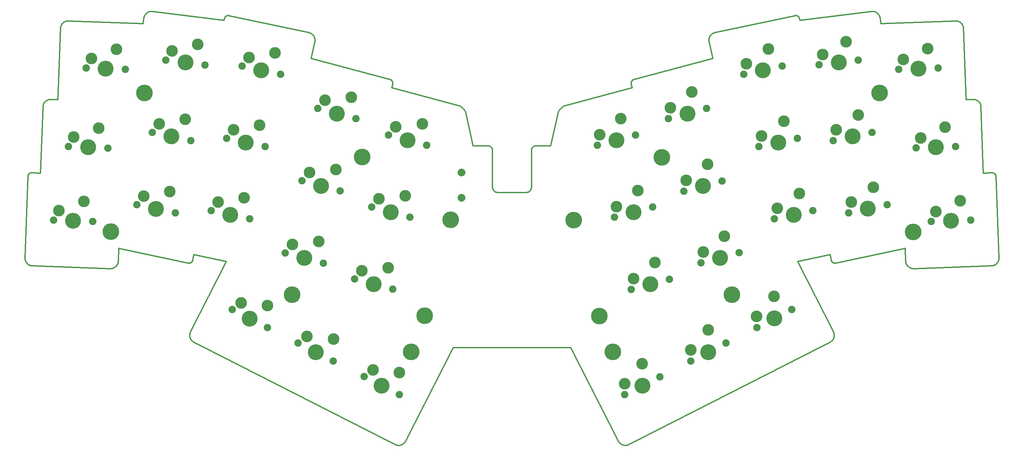
<source format=gts>
%TF.GenerationSoftware,KiCad,Pcbnew,(6.0.6)*%
%TF.CreationDate,2022-07-30T19:55:30+09:00*%
%TF.ProjectId,nowt36,6e6f7774-3336-42e6-9b69-6361645f7063,rev?*%
%TF.SameCoordinates,Original*%
%TF.FileFunction,Soldermask,Top*%
%TF.FilePolarity,Negative*%
%FSLAX46Y46*%
G04 Gerber Fmt 4.6, Leading zero omitted, Abs format (unit mm)*
G04 Created by KiCad (PCBNEW (6.0.6)) date 2022-07-30 19:55:30*
%MOMM*%
%LPD*%
G01*
G04 APERTURE LIST*
%TA.AperFunction,Profile*%
%ADD10C,0.349999*%
%TD*%
%ADD11C,1.900000*%
%ADD12C,3.000000*%
%ADD13C,4.100000*%
%ADD14C,4.300000*%
%ADD15C,2.000000*%
G04 APERTURE END LIST*
D10*
X231234357Y-33601038D02*
X231189263Y-33584031D01*
X162965635Y-67745991D02*
X162939532Y-67797881D01*
X74939909Y-115390959D02*
X74915741Y-115485825D01*
X62893799Y-35573194D02*
X62893799Y-35573194D01*
X272551723Y-34968424D02*
X272456697Y-34945597D01*
X273249963Y-35310735D02*
X273170259Y-35253001D01*
X240322181Y-97099864D02*
X240359833Y-97131549D01*
X74892805Y-116262433D02*
X74911448Y-116359066D01*
X63415421Y-33305833D02*
X63361074Y-33386043D01*
X74896274Y-115581594D02*
X74881522Y-115678091D01*
X240899177Y-97347156D02*
X240947952Y-97350146D01*
X162994273Y-67695381D02*
X162965635Y-67745991D01*
X250362275Y-32481264D02*
X231928178Y-34744685D01*
X38771067Y-55165734D02*
X38674865Y-55183912D01*
X152555740Y-67552186D02*
X152517364Y-67507667D01*
X163058992Y-67598388D02*
X163025405Y-67646147D01*
X32507888Y-96278571D02*
X32521371Y-96375768D01*
X161480439Y-79116764D02*
X157825364Y-79116787D01*
X209019959Y-38554463D02*
X208958401Y-38628248D01*
X283154359Y-95982654D02*
X282421540Y-74995426D01*
X252591096Y-34222617D02*
X252591096Y-34222617D01*
X240006562Y-96558681D02*
X240006562Y-96558681D01*
X128683749Y-144308759D02*
X128780234Y-144303889D01*
X277347157Y-55302448D02*
X277256627Y-55266065D01*
X152825364Y-68306404D02*
X152825364Y-68306404D01*
X282742351Y-97269969D02*
X282799049Y-97192391D01*
X153174768Y-78676162D02*
X153132495Y-78627362D01*
X163133366Y-67507685D02*
X163094992Y-67552201D01*
X278180524Y-55972426D02*
X278121326Y-55894162D01*
X42048180Y-35655759D02*
X41988977Y-35734023D01*
X75080841Y-97260670D02*
X75125099Y-97239161D01*
X152832310Y-77909374D02*
X152827115Y-77841072D01*
X241143897Y-97338070D02*
X241192658Y-97328960D01*
X63361074Y-33386043D02*
X63310524Y-33469093D01*
X42480257Y-35252908D02*
X42400542Y-35310641D01*
X33328116Y-97676741D02*
X33408998Y-97731899D01*
X208559243Y-39494983D02*
X208543098Y-39591267D01*
X129158799Y-144238691D02*
X129250752Y-144211236D01*
X75364475Y-97066419D02*
X75398657Y-97031383D01*
X171204047Y-56879943D02*
X171024936Y-56978460D01*
X106169495Y-44588617D02*
X106169495Y-44588617D01*
X41691671Y-36346175D02*
X41666814Y-36440874D01*
X63667986Y-33015585D02*
X63599848Y-33083339D01*
X126420869Y-50014765D02*
X126420869Y-50014765D01*
X153132495Y-78627362D02*
X153092568Y-78576555D01*
X84747788Y-33529075D02*
X84698572Y-33532391D01*
X33229363Y-74995464D02*
X32496293Y-95982632D01*
X273716630Y-35814987D02*
X273661470Y-35734108D01*
X126880089Y-50284681D02*
X126845231Y-50250437D01*
X240754754Y-97324020D02*
X240802491Y-97334077D01*
X260840195Y-98724348D02*
X260937402Y-98737818D01*
X84206650Y-33716811D02*
X84168363Y-33745767D01*
X147836175Y-67119224D02*
X147836175Y-67119224D01*
X162783022Y-78107946D02*
X162764899Y-78171767D01*
X56379670Y-97398681D02*
X56409073Y-97305477D01*
X40973115Y-55203873D02*
X40973115Y-55203873D01*
X282852036Y-97112082D02*
X282901192Y-97029171D01*
X240611776Y-115116950D02*
X240567368Y-115024067D01*
X33408998Y-97731899D02*
X33492338Y-97782949D01*
X170690799Y-57209422D02*
X170536761Y-57340835D01*
X41646581Y-36536900D02*
X41631046Y-36634091D01*
X157825364Y-79116787D02*
X157825364Y-79116787D01*
X42912965Y-35027686D02*
X42822427Y-35064064D01*
X259305047Y-97490310D02*
X259343337Y-97580057D01*
X281626843Y-97996525D02*
X281722763Y-97970827D01*
X281997955Y-97866951D02*
X282085093Y-97823831D01*
X55278476Y-98587565D02*
X55367173Y-98546787D01*
X83812760Y-34320466D02*
X83722550Y-34744685D01*
X37730256Y-55676670D02*
X37730256Y-55676670D01*
X278376225Y-56310055D02*
X278333611Y-56222284D01*
X152433877Y-67424235D02*
X152389333Y-67385889D01*
X283108877Y-96484365D02*
X283127818Y-96386885D01*
X240047978Y-96700856D02*
X240066274Y-96746381D01*
X208523308Y-39886428D02*
X208526582Y-39986421D01*
X276782306Y-55152244D02*
X276684271Y-55143534D01*
X282169732Y-97776681D02*
X282251751Y-97725630D01*
X39065009Y-55139685D02*
X38966305Y-55143559D01*
X37101287Y-56970629D02*
X37095368Y-57069666D01*
X75171243Y-116995091D02*
X75225197Y-117076576D01*
X55700310Y-98340973D02*
X55777351Y-98279154D01*
X37112051Y-56872436D02*
X37101287Y-56970629D01*
X63739221Y-32951218D02*
X63667986Y-33015585D01*
X127073265Y-50568746D02*
X127051813Y-50524261D01*
X75282999Y-117155240D02*
X75344535Y-117230950D01*
X241192658Y-97328960D02*
X259049653Y-93533287D01*
X282231358Y-74442666D02*
X282202130Y-74404459D01*
X127051813Y-50524261D02*
X127028084Y-50480701D01*
X240109300Y-96834194D02*
X240133930Y-96876336D01*
X42822427Y-35064064D02*
X42733720Y-35104838D01*
X129766875Y-143957030D02*
X129845385Y-143900262D01*
X230753045Y-33534020D02*
X230702568Y-33540801D01*
X273401215Y-35438393D02*
X273327004Y-35372553D01*
X130256010Y-143478241D02*
X130312797Y-143394848D01*
X171583881Y-56719420D02*
X171390526Y-56793424D01*
X43193912Y-34945545D02*
X43098874Y-34968364D01*
X144260240Y-56793450D02*
X144066893Y-56719442D01*
X129845385Y-143900262D02*
X129921300Y-143839525D01*
X75948380Y-95127460D02*
X84315011Y-96905849D01*
X33619889Y-74237023D02*
X33582536Y-74267170D01*
X74881522Y-115678091D02*
X74871499Y-115775138D01*
X153587232Y-78984165D02*
X153529240Y-78954464D01*
X37127586Y-56775246D02*
X37112051Y-56872436D01*
X145258660Y-57482215D02*
X145113973Y-57340869D01*
X33546679Y-74299050D02*
X33512383Y-74332603D01*
X37202085Y-56491320D02*
X37172677Y-56584527D01*
X250667391Y-32467018D02*
X250566496Y-32466592D01*
X276486359Y-55140665D02*
X274677613Y-55203873D01*
X208534952Y-40086970D02*
X208548515Y-40187924D01*
X107048711Y-39318940D02*
X107019338Y-39225729D01*
X153707883Y-79035179D02*
X153646807Y-79011098D01*
X129994448Y-143774875D02*
X130064663Y-143706367D01*
X63263913Y-33554874D02*
X63221379Y-33643277D01*
X107114900Y-40093746D02*
X107123339Y-39995692D01*
X189002232Y-50107010D02*
X188960133Y-50131818D01*
X64136961Y-32684023D02*
X64052338Y-32729812D01*
X189090071Y-50063597D02*
X189045569Y-50084252D01*
X162809867Y-77976648D02*
X162798040Y-78042878D01*
X32966544Y-97342282D02*
X33032387Y-97416492D01*
X32499173Y-96180538D02*
X32507888Y-96278571D01*
X259385956Y-97667831D02*
X259432833Y-97753470D01*
X240802491Y-97334077D02*
X240850661Y-97341794D01*
X187652731Y-144205891D02*
X187745267Y-144172371D01*
X239783896Y-117665017D02*
X239870887Y-117612023D01*
X75344535Y-117230950D02*
X75409687Y-117303570D01*
X151634965Y-67116760D02*
X151634965Y-67116760D01*
X260555245Y-98655952D02*
X260648950Y-98683353D01*
X187925858Y-144091366D02*
X239693375Y-117714062D01*
X189229874Y-50014791D02*
X189182295Y-50028812D01*
X281992172Y-74208657D02*
X281952021Y-74182163D01*
X106804406Y-38784022D02*
X106804406Y-38784022D01*
X37414808Y-56053271D02*
X37363751Y-56136611D01*
X33698820Y-74182173D02*
X33658672Y-74208671D01*
X84287110Y-33664558D02*
X84246257Y-33689725D01*
X251337900Y-32604675D02*
X251246924Y-32571346D01*
X38393929Y-55266057D02*
X38303394Y-55302436D01*
X240315657Y-117220587D02*
X240376409Y-117144680D01*
X231143295Y-33569185D02*
X231096528Y-33556548D01*
X63059655Y-34222617D02*
X63059655Y-34222617D01*
X33343011Y-74565663D02*
X33321457Y-74609231D01*
X145734073Y-58136595D02*
X145631708Y-57960683D01*
X106415091Y-38343276D02*
X106338897Y-38282252D01*
X55851563Y-98213314D02*
X55922422Y-98143878D01*
X107101590Y-40191619D02*
X107114900Y-40093746D01*
X273857163Y-36071725D02*
X273814550Y-35983958D01*
X240219684Y-96994822D02*
X240252057Y-97031427D01*
X64496626Y-32542399D02*
X64403814Y-32571356D01*
X153314811Y-78809675D02*
X153266010Y-78767403D01*
X106259863Y-38225049D02*
X106178133Y-38171766D01*
X33740270Y-74157591D02*
X33698820Y-74182173D01*
X272360503Y-34927412D02*
X272263308Y-34913933D01*
X209722011Y-38040570D02*
X209632009Y-38082532D01*
X187925858Y-144091366D02*
X187925858Y-144091366D01*
X75431029Y-96994780D02*
X75461542Y-96956683D01*
X186784572Y-144295574D02*
X186882053Y-144304620D01*
X185794637Y-143891380D02*
X185873296Y-143949198D01*
X241192658Y-97328960D02*
X241192658Y-97328960D01*
X252177321Y-33228563D02*
X252115798Y-33154362D01*
X56454156Y-97114767D02*
X56469688Y-97017582D01*
X273895447Y-36161466D02*
X273857163Y-36071725D01*
X43387322Y-34913900D02*
X43290117Y-34927369D01*
X230853315Y-33528200D02*
X230803319Y-33529836D01*
X41793255Y-36071660D02*
X41754965Y-36161407D01*
X281539941Y-74037179D02*
X281489710Y-74032565D01*
X145113973Y-57340869D02*
X144959941Y-57209456D01*
X281387360Y-74030964D02*
X281387360Y-74030964D01*
X231049036Y-33546169D02*
X231000895Y-33538097D01*
X56601067Y-93533287D02*
X56601067Y-93533287D01*
X282799049Y-97192391D02*
X282852036Y-97112082D01*
X152036279Y-67186216D02*
X151981122Y-67167998D01*
X144625817Y-56978490D02*
X144446713Y-56879971D01*
X187368291Y-144278351D02*
X187464067Y-144258894D01*
X32846985Y-97185538D02*
X32904723Y-97265242D01*
X282068313Y-74267151D02*
X282030957Y-74237007D01*
X56486367Y-96820362D02*
X56486367Y-96820362D01*
X272737609Y-35027760D02*
X272645416Y-34995833D01*
X106338897Y-38282252D02*
X106259863Y-38225049D01*
X33419505Y-74442695D02*
X33392100Y-74482334D01*
X240525627Y-97239217D02*
X240569887Y-97260726D01*
X252429370Y-33643271D02*
X252386836Y-33554867D01*
X106748329Y-38702186D02*
X106688533Y-38623567D01*
X188805510Y-50250462D02*
X188770651Y-50284706D01*
X162595672Y-78523788D02*
X162558175Y-78576517D01*
X162825364Y-77771831D02*
X162823614Y-77841040D01*
X74989804Y-97296898D02*
X75035714Y-97279921D01*
X74915741Y-115485825D02*
X74896274Y-115581594D01*
X145968295Y-58706368D02*
X145902861Y-58509953D01*
X152476655Y-67464916D02*
X152433877Y-67424235D01*
X107109021Y-39605170D02*
X107093585Y-39508835D01*
X126605174Y-50084226D02*
X126560671Y-50063571D01*
X231680219Y-33956068D02*
X231651421Y-33916904D01*
X74996212Y-116643651D02*
X75033621Y-116735067D01*
X271967377Y-34902346D02*
X271967377Y-34902346D01*
X240440064Y-97189487D02*
X240482323Y-97215465D01*
X163307607Y-67349940D02*
X163261395Y-67385910D01*
X209632009Y-38082532D02*
X209544780Y-38128627D01*
X163560275Y-67207119D02*
X163507186Y-67230611D01*
X34212005Y-74030447D02*
X34161123Y-74032543D01*
X33269534Y-74746822D02*
X33256690Y-74794780D01*
X33366581Y-74523344D02*
X33343011Y-74565663D01*
X64983344Y-32467023D02*
X64883446Y-32472478D01*
X126690610Y-50131793D02*
X126648510Y-50106985D01*
X186214792Y-144140836D02*
X186306206Y-144178261D01*
X186399766Y-144211262D02*
X186399766Y-144211262D01*
X153529240Y-78954464D02*
X153472918Y-78922080D01*
X188705980Y-50358317D02*
X188676310Y-50397575D01*
X33665744Y-97872427D02*
X33755488Y-97910708D01*
X231189263Y-33584031D02*
X231143295Y-33569185D01*
X188919340Y-50158621D02*
X188879925Y-50187365D01*
X55989466Y-98071339D02*
X56052622Y-97995857D01*
X126468448Y-50028786D02*
X126420869Y-50014765D01*
X105734185Y-37967685D02*
X105639359Y-37940038D01*
X75704169Y-117560454D02*
X75785681Y-117615601D01*
X151981122Y-67167998D02*
X151925078Y-67152478D01*
X83918561Y-34038952D02*
X83895515Y-34082566D01*
X152867712Y-78107981D02*
X152852693Y-78042913D01*
X240567368Y-115024067D02*
X231335725Y-96905849D01*
X55187948Y-98623949D02*
X55278476Y-98587565D01*
X278414510Y-56399798D02*
X278376225Y-56310055D01*
X37469974Y-55972389D02*
X37414808Y-56053271D01*
X259164445Y-96820385D02*
X259164445Y-96820385D01*
X153055070Y-78523825D02*
X153020086Y-78469257D01*
X151868244Y-67139697D02*
X151810718Y-67129694D01*
X84948176Y-33540807D02*
X84897700Y-33534028D01*
X75870119Y-117666848D02*
X75957368Y-117714062D01*
X130131774Y-143634055D02*
X130195613Y-143557995D01*
X161880379Y-79056294D02*
X161816557Y-79074418D01*
X152656465Y-67695372D02*
X152625331Y-67646136D01*
X151693981Y-67118185D02*
X151634965Y-67116760D01*
X187174737Y-144303102D02*
X187271788Y-144293091D01*
X240947952Y-97350146D02*
X240996899Y-97350749D01*
X188489236Y-50947446D02*
X188488803Y-50996309D01*
X185576934Y-143695993D02*
X185646321Y-143764662D01*
X277435855Y-55343226D02*
X277347157Y-55302448D01*
X54713638Y-98737776D02*
X54810835Y-98724296D01*
X33940247Y-97973988D02*
X34034940Y-97998839D01*
X74943198Y-97311585D02*
X74989804Y-97296898D01*
X188526894Y-50706906D02*
X188514668Y-50754217D01*
X170132695Y-57792605D02*
X170019004Y-57960651D01*
X208900488Y-38704823D02*
X208846316Y-38784040D01*
X153418349Y-78887098D02*
X153365619Y-78849601D01*
X33392100Y-74482334D02*
X33366581Y-74523344D01*
X126770816Y-50187340D02*
X126731402Y-50158596D01*
X56052622Y-97995857D02*
X56111817Y-97917596D01*
X147836175Y-67119224D02*
X146020432Y-58908584D01*
X127028084Y-50480701D02*
X127028084Y-50480701D01*
X161942870Y-79035149D02*
X161880379Y-79056294D01*
X281328213Y-98045016D02*
X281429447Y-98033749D01*
X282171146Y-74367743D02*
X282138472Y-74332580D01*
X84329134Y-33641358D02*
X84287110Y-33664558D01*
X33284653Y-74699871D02*
X33269534Y-74746822D01*
X38303394Y-55302436D02*
X38214690Y-55343210D01*
X106903863Y-38955138D02*
X106856360Y-38868536D01*
X55851563Y-98213314D02*
X55851563Y-98213314D01*
X185646321Y-143764662D02*
X185718934Y-143829830D01*
X186038942Y-144053174D02*
X186125659Y-144099102D01*
X64687202Y-32498038D02*
X64591135Y-32517923D01*
X251911522Y-32951207D02*
X251837329Y-32890336D01*
X189229874Y-50014791D02*
X189229874Y-50014791D01*
X252555926Y-34020912D02*
X252531104Y-33923116D01*
X84554226Y-33556563D02*
X84507460Y-33569200D01*
X208531663Y-39688701D02*
X208525034Y-39787138D01*
X272263308Y-34913933D02*
X272165278Y-34905220D01*
X56601067Y-93533287D02*
X74458100Y-97328915D01*
X153472918Y-78922080D02*
X153418349Y-78887098D01*
X278333611Y-56222284D02*
X278286740Y-56136648D01*
X74895985Y-97323964D02*
X74943198Y-97311585D01*
X38486130Y-55234136D02*
X38393929Y-55266057D01*
X162003945Y-79011067D02*
X161942870Y-79035149D01*
X74848251Y-97334021D02*
X74895985Y-97323964D01*
X37881523Y-55549014D02*
X37804475Y-55610831D01*
X37316877Y-56222247D02*
X37274258Y-56310019D01*
X186687426Y-144281729D02*
X186784572Y-144295574D01*
X142703004Y-119099964D02*
X142703004Y-119099964D01*
X54417702Y-98749363D02*
X54516906Y-98750371D01*
X75121252Y-116910921D02*
X75171243Y-116995091D01*
X75516787Y-96876301D02*
X75541418Y-96834162D01*
X145393508Y-57632977D02*
X145258660Y-57482215D01*
X152343120Y-67349917D02*
X152295337Y-67316360D01*
X231838013Y-34320467D02*
X231826042Y-34270403D01*
X240110140Y-117431035D02*
X240182467Y-117363933D01*
X272916830Y-35104922D02*
X272828135Y-35064144D01*
X281438828Y-74030474D02*
X281387360Y-74030964D01*
X152625331Y-67646136D02*
X152591743Y-67598375D01*
X55002059Y-98683284D02*
X55095753Y-98655876D01*
X128006639Y-144208691D02*
X128102370Y-144237744D01*
X259799348Y-98213421D02*
X259799348Y-98213421D01*
X231776241Y-34127561D02*
X231755260Y-34082560D01*
X172947724Y-119099964D02*
X172947724Y-119099964D01*
X41933809Y-35814907D02*
X41882750Y-35898249D01*
X64784686Y-32482853D02*
X64687202Y-32498038D01*
X282331029Y-97670808D02*
X282407445Y-97612345D01*
X33964752Y-74065532D02*
X33917774Y-74079628D01*
X41614365Y-36831327D02*
X40973115Y-55203873D01*
X240399144Y-97161448D02*
X240440064Y-97189487D01*
X276585567Y-55139653D02*
X276486359Y-55140665D01*
X162848461Y-68073107D02*
X162838419Y-68130624D01*
X164015748Y-67116787D02*
X163956734Y-67118212D01*
X152195450Y-67256653D02*
X152143540Y-67230584D01*
X153834198Y-79074447D02*
X153770375Y-79056323D01*
X152825364Y-77771862D02*
X152825364Y-68306404D01*
X39164216Y-55140703D02*
X39164216Y-55140703D01*
X281952021Y-74182163D02*
X281910570Y-74157583D01*
X83855694Y-34173905D02*
X83839068Y-34221533D01*
X240485955Y-116985243D02*
X240534638Y-116902051D01*
X169916635Y-58136564D02*
X169826083Y-58319829D01*
X74555796Y-97344679D02*
X74604823Y-97348898D01*
X157825364Y-119099964D02*
X172947724Y-119099964D01*
X37235970Y-56399763D02*
X37202085Y-56491320D01*
X162876839Y-67960252D02*
X162861282Y-68016284D01*
X153646807Y-79011098D02*
X153587232Y-78984165D01*
X187077312Y-144308370D02*
X187174737Y-144303102D01*
X252575970Y-34120782D02*
X252555926Y-34020912D01*
X63119646Y-33923119D02*
X63094824Y-34020914D01*
X55777351Y-98279154D02*
X55851563Y-98213314D01*
X152987701Y-78412936D02*
X152957999Y-78354945D01*
X208707216Y-39036049D02*
X208668977Y-39124341D01*
X208525034Y-39787138D02*
X208523308Y-39886428D01*
X259164445Y-96820385D02*
X259170362Y-96919425D01*
X231404507Y-33689709D02*
X231363653Y-33664542D01*
X106985384Y-39133909D02*
X106946881Y-39043654D01*
X127127968Y-51239538D02*
X127127968Y-51239538D01*
X75251574Y-97161396D02*
X75290883Y-97131499D01*
X281824026Y-74114414D02*
X281779063Y-74095945D01*
X106856360Y-38868536D02*
X106804406Y-38784022D01*
X127817697Y-144135331D02*
X127911691Y-144174571D01*
X75461542Y-96956683D02*
X75490144Y-96917166D01*
X185283102Y-143304146D02*
X185334338Y-143388598D01*
X74458100Y-97328915D02*
X74506859Y-97338023D01*
X185334338Y-143388598D02*
X185389474Y-143470123D01*
X33512383Y-74332603D02*
X33479712Y-74367769D01*
X55095753Y-98655876D02*
X55187948Y-98623949D01*
X260937402Y-98737818D02*
X261035444Y-98746520D01*
X154101109Y-79115037D02*
X154032807Y-79109844D01*
X83812760Y-34320466D02*
X83812760Y-34320466D01*
X152755645Y-67905114D02*
X152734734Y-67850954D01*
X37730256Y-55676670D02*
X37659390Y-55746105D01*
X42178400Y-35507735D02*
X42111346Y-35580276D01*
X43584071Y-34901327D02*
X43485362Y-34905198D01*
X32621730Y-96752883D02*
X32658116Y-96843411D01*
X252340224Y-33469085D02*
X252289674Y-33386034D01*
X273539119Y-35580367D02*
X273472074Y-35507828D01*
X43098874Y-34968364D02*
X43005170Y-34995766D01*
X56409073Y-97305477D02*
X56433927Y-97210786D01*
X281529031Y-98017543D02*
X281626843Y-97996525D01*
X209481232Y-44588617D02*
X209481232Y-44588617D01*
X63890425Y-32833084D02*
X63813414Y-32890348D01*
X281816669Y-97940579D02*
X281908440Y-97905911D01*
X33101826Y-97487350D02*
X33174368Y-97554393D01*
X240687493Y-116550073D02*
X240714963Y-116458120D01*
X127724824Y-144090916D02*
X127724824Y-144090916D01*
X43485362Y-34905198D02*
X43387322Y-34913900D01*
X84649856Y-33538110D02*
X84601716Y-33546184D01*
X240182467Y-117363933D02*
X240250991Y-117293728D01*
X37147819Y-56679223D02*
X37127586Y-56775246D01*
X261233369Y-98749370D02*
X261233369Y-98749370D01*
X208846316Y-38784040D02*
X208795982Y-38865749D01*
X240160571Y-96917203D02*
X240189172Y-96956723D01*
X281910570Y-74157583D02*
X281867883Y-74134980D01*
X37529175Y-55894126D02*
X37469974Y-55972389D01*
X54615606Y-98746488D02*
X54713638Y-98737776D01*
X38579831Y-55206733D02*
X38486130Y-55234136D01*
X187836368Y-144134191D02*
X187925858Y-144091366D01*
X152711207Y-67797879D02*
X152685104Y-67745986D01*
X75083314Y-115024074D02*
X75083314Y-115024074D01*
X74458100Y-97328915D02*
X74458100Y-97328915D01*
X231732213Y-34038945D02*
X231707174Y-33996765D01*
X126420869Y-50014765D02*
X106169495Y-44588617D01*
X277164430Y-55234138D02*
X277070734Y-55206731D01*
X128295507Y-144280874D02*
X128392575Y-144295060D01*
X240359833Y-97131549D02*
X240399144Y-97161448D01*
X107083375Y-40289139D02*
X107101590Y-40191619D01*
X63599848Y-33083339D02*
X63534948Y-33154372D01*
X33032387Y-97416492D02*
X33101826Y-97487350D01*
X188770651Y-50284706D02*
X188737451Y-50320676D01*
X240619551Y-116729566D02*
X240655671Y-116640611D01*
X41882750Y-35898249D02*
X41835874Y-35983887D01*
X64591135Y-32517923D02*
X64496626Y-32542399D01*
X259196661Y-97114814D02*
X259216894Y-97210841D01*
X38043445Y-55437695D02*
X37961236Y-55491281D01*
X281722763Y-97970827D02*
X281816669Y-97940579D01*
X152789456Y-68016298D02*
X152773899Y-67960261D01*
X240655671Y-116640611D02*
X240687493Y-116550073D01*
X128586865Y-144308947D02*
X128683749Y-144308759D01*
X127127968Y-51239538D02*
X127139617Y-51191322D01*
X278549170Y-56970653D02*
X278538410Y-56872462D01*
X74878974Y-116165289D02*
X74892805Y-116262433D01*
X126515073Y-50045073D02*
X126468448Y-50028786D01*
X107123339Y-39995692D02*
X107126938Y-39897634D01*
X241045931Y-97348948D02*
X241094959Y-97344727D01*
X252115798Y-33154362D02*
X252050897Y-33083329D01*
X84315011Y-96905849D02*
X84315011Y-96905849D01*
X75632654Y-96606914D02*
X75644166Y-96558666D01*
X239954295Y-117555248D02*
X240034065Y-117494863D01*
X261233369Y-98749370D02*
X281225449Y-98051212D01*
X152840864Y-77976682D02*
X152832310Y-77909374D01*
X170019004Y-57960651D02*
X169916635Y-58136564D01*
X163025405Y-67646147D02*
X162994273Y-67695381D01*
X56111817Y-97917596D02*
X56166976Y-97836715D01*
X185389474Y-143470123D02*
X185448375Y-143548608D01*
X282030957Y-74237007D02*
X281992172Y-74208657D01*
X259799348Y-98213421D02*
X259873568Y-98279261D01*
X231335725Y-96905849D02*
X231335725Y-96905849D01*
X127158682Y-50898691D02*
X127153497Y-50850185D01*
X75644166Y-96558666D02*
X75948380Y-95127460D01*
X127148825Y-51142800D02*
X127155606Y-51094061D01*
X240785102Y-115983061D02*
X240785304Y-115886173D01*
X208605272Y-39306466D02*
X208580000Y-39400000D01*
X39164216Y-55140703D02*
X39065009Y-55139685D01*
X277991120Y-55746139D02*
X277920258Y-55676702D01*
X41614365Y-36831327D02*
X41614365Y-36831327D01*
X188879925Y-50187365D02*
X188841959Y-50217997D01*
X273472074Y-35507828D02*
X273401215Y-35438393D01*
X33229363Y-74995464D02*
X33229363Y-74995464D01*
X127139617Y-51191322D02*
X127148825Y-51142800D01*
X188490763Y-51045219D02*
X188495128Y-51094087D01*
X75785681Y-117615601D02*
X75870119Y-117666848D01*
X240567368Y-115024067D02*
X240567368Y-115024067D01*
X42249268Y-35438299D02*
X42249268Y-35438299D01*
X84315011Y-96905849D02*
X75083314Y-115024074D01*
X84372256Y-33620174D02*
X84329134Y-33641358D01*
X84168363Y-33745767D02*
X84131472Y-33776546D01*
X271967377Y-34902346D02*
X252756928Y-35573194D01*
X54417702Y-98749363D02*
X54417702Y-98749363D01*
X56469688Y-97017582D02*
X56480450Y-96919393D01*
X274036027Y-36831331D02*
X274036027Y-36831331D01*
X154170319Y-79116787D02*
X154170319Y-79116787D01*
X186125659Y-144099102D02*
X186214792Y-144140836D01*
X54810835Y-98724296D02*
X54907031Y-98706112D01*
X230651963Y-33550227D02*
X210107819Y-37917020D01*
X83722550Y-34744685D02*
X83722550Y-34744685D01*
X170257214Y-57632943D02*
X170132695Y-57792605D01*
X162826830Y-68247349D02*
X162825364Y-68306362D01*
X188501910Y-51142827D02*
X188511119Y-51191348D01*
X162121510Y-78954432D02*
X162063520Y-78984133D01*
X32496293Y-95982632D02*
X32495287Y-96081836D01*
X169826083Y-58319829D02*
X169747841Y-58509928D01*
X106488298Y-38408020D02*
X106415091Y-38343276D01*
X33256690Y-74794780D02*
X33246186Y-74843684D01*
X239702347Y-95127460D02*
X239702347Y-95127460D01*
X129341292Y-144179429D02*
X129430249Y-144143324D01*
X281867883Y-74134980D02*
X281824026Y-74114414D01*
X272645416Y-34995833D02*
X272551723Y-34968424D01*
X74800083Y-97341740D02*
X74848251Y-97334021D01*
X33782955Y-74134985D02*
X33740270Y-74157591D01*
X185954776Y-144003167D02*
X186038942Y-144053174D01*
X188522767Y-51239565D02*
X188522767Y-51239565D01*
X240738192Y-115498001D02*
X240714160Y-115401648D01*
X55620605Y-98398708D02*
X55700310Y-98340973D01*
X75075340Y-116824202D02*
X75121252Y-116910921D01*
X240579188Y-116816769D02*
X240619551Y-116729566D01*
X188541444Y-50660170D02*
X188526894Y-50706906D01*
X151810718Y-67129694D02*
X151752598Y-67122509D01*
X84897700Y-33534028D02*
X84847427Y-33529845D01*
X163898120Y-67122537D02*
X163840001Y-67129722D01*
X282946395Y-96943790D02*
X282987524Y-96856067D01*
X75948380Y-95127460D02*
X75948380Y-95127460D01*
X144797057Y-57088490D02*
X144625817Y-56978490D01*
X208634963Y-39214530D02*
X208605272Y-39306466D01*
X56166976Y-97836715D02*
X56218027Y-97753377D01*
X240850661Y-97341794D02*
X240899177Y-97347156D01*
X130195613Y-143557995D02*
X130256010Y-143478241D01*
X281489710Y-74032565D02*
X281438828Y-74030474D01*
X63473425Y-33228573D02*
X63415421Y-33305833D01*
X231278503Y-33620158D02*
X231234357Y-33601038D01*
X250362275Y-32481264D02*
X250362275Y-32481264D01*
X240250991Y-117293728D02*
X240315657Y-117220587D01*
X240482323Y-97215465D02*
X240525627Y-97239217D01*
X34061375Y-74044237D02*
X34012640Y-74053715D01*
X188841959Y-50217997D02*
X188805510Y-50250462D01*
X153365619Y-78849601D02*
X153314811Y-78809675D01*
X231755260Y-34082560D02*
X231732213Y-34038945D01*
X282394201Y-74794742D02*
X282381353Y-74746785D01*
X282901192Y-97029171D02*
X282946395Y-96943790D01*
X162431445Y-78722834D02*
X162384736Y-78767367D01*
X171024936Y-56978460D02*
X170853689Y-57088458D01*
X32562389Y-96566993D02*
X32589800Y-96660688D01*
X151634965Y-67116760D02*
X147836175Y-67119224D01*
X281429447Y-98033749D02*
X281529031Y-98017543D01*
X84998780Y-33550232D02*
X84948176Y-33540807D01*
X240189172Y-96956723D02*
X240219684Y-96994822D01*
X161617950Y-79109819D02*
X161549649Y-79115013D01*
X208548515Y-40187924D02*
X208567368Y-40289136D01*
X240006562Y-96558681D02*
X240018072Y-96606933D01*
X34326337Y-98045352D02*
X34425370Y-98051266D01*
X129517455Y-144102977D02*
X129602741Y-144058443D01*
X33448731Y-74404486D02*
X33419505Y-74442695D01*
X259181126Y-97017622D02*
X259196661Y-97114814D01*
X75584447Y-96746354D02*
X75602745Y-96700832D01*
X151925078Y-67152478D02*
X151868244Y-67139697D01*
X283085256Y-96580152D02*
X283108877Y-96484365D01*
X162630655Y-78469220D02*
X162595672Y-78523788D01*
X208958401Y-38628248D02*
X208900488Y-38704823D01*
X282480877Y-97550372D02*
X282551205Y-97485017D01*
X106946881Y-39043654D02*
X106903863Y-38955138D01*
X172947724Y-119099964D02*
X185235902Y-143216884D01*
X63149106Y-33827509D02*
X63119646Y-33923119D01*
X209460420Y-38178704D02*
X209379028Y-38232615D01*
X281225449Y-98051212D02*
X281225449Y-98051212D01*
X162861282Y-68016284D02*
X162848461Y-68073107D01*
X34263474Y-74030933D02*
X36500611Y-74109058D01*
X127028084Y-50480701D02*
X127002227Y-50438371D01*
X250963535Y-32498030D02*
X250866051Y-32482847D01*
X151752598Y-67122509D02*
X151693981Y-67118185D01*
X74751569Y-97347102D02*
X74800083Y-97341740D01*
X75550384Y-117439001D02*
X75625698Y-117501542D01*
X153092568Y-78576555D02*
X153055070Y-78523825D01*
X186979692Y-144308881D02*
X187077312Y-144308370D01*
X54516906Y-98750371D02*
X54615606Y-98746488D01*
X42323490Y-35372459D02*
X42249268Y-35438299D01*
X231096528Y-33556548D02*
X231049036Y-33546169D01*
X260372501Y-98587654D02*
X260463040Y-98624032D01*
X188492050Y-50898717D02*
X188489236Y-50947446D01*
X157825364Y-119099964D02*
X157825364Y-119099964D01*
X152957999Y-78354945D02*
X152931065Y-78295370D01*
X64403814Y-32571356D02*
X64312839Y-32604685D01*
X283151175Y-96187373D02*
X283155349Y-96085599D01*
X33238087Y-74893473D02*
X33232458Y-74944086D01*
X259598262Y-97995960D02*
X259661427Y-98071444D01*
X282284290Y-74523312D02*
X282258767Y-74482304D01*
X106804406Y-38784022D02*
X106748329Y-38702186D01*
X75625698Y-117501542D02*
X75704169Y-117560454D01*
X163956734Y-67118212D02*
X163898120Y-67122537D01*
X128392575Y-144295060D02*
X128489751Y-144304399D01*
X153965498Y-79101291D02*
X153899267Y-79089464D01*
X167814545Y-67119224D02*
X164015748Y-67116787D01*
X75125099Y-97239161D02*
X75168399Y-97215410D01*
X126560671Y-50063571D02*
X126515073Y-50045073D01*
X74963227Y-116550091D02*
X74963227Y-116550091D01*
X32793394Y-97103337D02*
X32846985Y-97185538D01*
X188648510Y-50438396D02*
X188622651Y-50480726D01*
X41754965Y-36161407D02*
X41721080Y-36252966D01*
X279150117Y-74109058D02*
X278555085Y-57069687D01*
X62893799Y-35573194D02*
X43683282Y-34902348D01*
X105918239Y-38036449D02*
X105827194Y-37999855D01*
X74934917Y-116455011D02*
X74963227Y-116550091D01*
X34228147Y-98034595D02*
X34326337Y-98045352D01*
X278235686Y-56053308D02*
X278180524Y-55972426D01*
X187271788Y-144293091D02*
X187368291Y-144278351D01*
X41631046Y-36634091D02*
X41620283Y-36732288D01*
X186590791Y-144263071D02*
X186687426Y-144281729D01*
X130064663Y-143706367D02*
X130131774Y-143634055D01*
X84698572Y-33532391D02*
X84649856Y-33538110D01*
X75618831Y-96654327D02*
X75632654Y-96606914D01*
X32539558Y-96471965D02*
X32562389Y-96566993D01*
X210107819Y-37917020D02*
X210107819Y-37917020D01*
X282418443Y-74944048D02*
X282412810Y-74893434D01*
X209300700Y-38290212D02*
X209225532Y-38351343D01*
X55538403Y-98452296D02*
X55620605Y-98398708D01*
X154170319Y-79116787D02*
X154101109Y-79115037D01*
X105542863Y-37917016D02*
X84998780Y-33550232D01*
X231321626Y-33641342D02*
X231278503Y-33620158D01*
X273327004Y-35372553D02*
X273249963Y-35310735D01*
X41666814Y-36440874D02*
X41646581Y-36536900D01*
X231519295Y-33776532D02*
X231482403Y-33745753D01*
X259049653Y-93533287D02*
X259049653Y-93533287D01*
X130365805Y-143307871D02*
X130414864Y-143217365D01*
X281225449Y-98051212D02*
X281328213Y-98045016D01*
X282329421Y-74609196D02*
X282307863Y-74565629D01*
X208526582Y-39986421D02*
X208534952Y-40086970D01*
X127145954Y-50801989D02*
X127136064Y-50754192D01*
X75478342Y-117372965D02*
X75550384Y-117439001D01*
X260648950Y-98683353D02*
X260743989Y-98706173D01*
X34012640Y-74053715D02*
X33964752Y-74065532D01*
X127724824Y-144090916D02*
X127817697Y-144135331D01*
X128876150Y-144294392D02*
X128971329Y-144280324D01*
X145902861Y-58509953D02*
X145824622Y-58319857D01*
X278555085Y-57069687D02*
X278555085Y-57069687D01*
X188737451Y-50320676D02*
X188705980Y-50358317D01*
X64312839Y-32604685D02*
X64223841Y-32642277D01*
X56218027Y-97753377D02*
X56264895Y-97667743D01*
X128971329Y-144280324D02*
X129065602Y-144261738D01*
X145824622Y-58319857D02*
X145734073Y-58136595D01*
X74865695Y-115970174D02*
X74869942Y-116067810D01*
X126974428Y-50397550D02*
X126944759Y-50358292D01*
X83722550Y-34744685D02*
X65288460Y-32481264D01*
X283057076Y-96674119D02*
X283085256Y-96580152D01*
X145631708Y-57960683D02*
X145518022Y-57792638D01*
X145518022Y-57792638D02*
X145393508Y-57632977D01*
X129685937Y-144009775D02*
X129766875Y-143957030D01*
X126808783Y-50217972D02*
X126770816Y-50187340D01*
X272828135Y-35064144D02*
X272737609Y-35027760D01*
X74866219Y-115872558D02*
X74865695Y-115970174D01*
X273814550Y-35983958D02*
X273767681Y-35898324D01*
X127136064Y-50754192D02*
X127123838Y-50706881D01*
X162518249Y-78627325D02*
X162475977Y-78676125D01*
X38127985Y-55388317D02*
X38043445Y-55437695D01*
X164015748Y-67116787D02*
X164015748Y-67116787D01*
X126731402Y-50158596D02*
X126690610Y-50131793D01*
X277256627Y-55266065D02*
X277164430Y-55234138D01*
X209909949Y-37969637D02*
X209814691Y-38002888D01*
X74604823Y-97348898D02*
X74653852Y-97350698D01*
X185235902Y-143216884D02*
X185283102Y-143304146D01*
X282104172Y-74299029D02*
X282068313Y-74267151D01*
X239693375Y-117714062D02*
X239693375Y-117714062D01*
X162063520Y-78984133D02*
X162003945Y-79011067D01*
X152823901Y-68247385D02*
X152819538Y-68188767D01*
X239702347Y-95127460D02*
X240006562Y-96558681D01*
X240738025Y-116364922D02*
X240756625Y-116270649D01*
X163614446Y-67186244D02*
X163560275Y-67207119D01*
X162825364Y-77771831D02*
X162825364Y-77771831D01*
X208795982Y-38865749D02*
X208749583Y-38949802D01*
X34263474Y-74030933D02*
X34212005Y-74030447D01*
X34263474Y-74030933D02*
X34263474Y-74030933D01*
X84029916Y-33879331D02*
X83999351Y-33916914D01*
X169682403Y-58706346D02*
X169630265Y-58908565D01*
X277689293Y-55491307D02*
X277607089Y-55437717D01*
X38674865Y-55183912D02*
X38579831Y-55206733D01*
X282307863Y-74565629D02*
X282284290Y-74523312D01*
X157825364Y-79116787D02*
X154170319Y-79116787D01*
X43005170Y-34995766D02*
X42912965Y-35027686D01*
X250866051Y-32482847D02*
X250767289Y-32472473D01*
X143867165Y-56658464D02*
X126893700Y-52113829D01*
X75957368Y-117714062D02*
X75957368Y-117714062D01*
X129602741Y-144058443D02*
X129685937Y-144009775D01*
X163094992Y-67552201D02*
X163058992Y-67598388D01*
X252467686Y-33734186D02*
X252429370Y-33643271D01*
X32698897Y-96932107D02*
X32744010Y-97018804D01*
X162823614Y-77841040D02*
X162818420Y-77909340D01*
X37095368Y-57069666D02*
X37095368Y-57069666D01*
X37961236Y-55491281D02*
X37881523Y-55549014D01*
X231444116Y-33716796D02*
X231404507Y-33689709D01*
X56345790Y-97490234D02*
X56379670Y-97398681D01*
X127161931Y-50996283D02*
X127161497Y-50947420D01*
X75409687Y-117303570D02*
X75478342Y-117372965D01*
X84601716Y-33546184D02*
X84554226Y-33556563D01*
X188522767Y-51239565D02*
X188757020Y-52113829D01*
X106558372Y-38476384D02*
X106488298Y-38408020D01*
X153266010Y-78767403D02*
X153219301Y-78722871D01*
X282085093Y-97823831D02*
X282169732Y-97776681D01*
X128102370Y-144237744D02*
X128198715Y-144261787D01*
X209153621Y-38415862D02*
X209085065Y-38483618D01*
X152812316Y-68130648D02*
X152802275Y-68073126D01*
X260743989Y-98706173D02*
X260840195Y-98724348D01*
X240376409Y-117144680D02*
X240433193Y-117066175D01*
X152819538Y-68188767D02*
X152812316Y-68130648D01*
X33492338Y-97782949D02*
X33577974Y-97829816D01*
X161816557Y-79074418D02*
X161751488Y-79089437D01*
X105827194Y-37999855D02*
X105734185Y-37967685D01*
X146020432Y-58908584D02*
X145968295Y-58706368D01*
X33032387Y-97416492D02*
X33032387Y-97416492D01*
X41620283Y-36732288D02*
X41614365Y-36831327D01*
X276975703Y-55183904D02*
X276879505Y-55165721D01*
X33577974Y-97829816D02*
X33665744Y-97872427D01*
X126944759Y-50358292D02*
X126913289Y-50320651D01*
X161685258Y-79101265D02*
X161617950Y-79109819D01*
X188757020Y-52113829D02*
X188757020Y-52113829D01*
X230952178Y-33532379D02*
X230902959Y-33529064D01*
X240780219Y-116079549D02*
X240785102Y-115983061D01*
X127109289Y-50660144D02*
X127092427Y-50614070D01*
X75210656Y-97189434D02*
X75251574Y-97161396D01*
X34110891Y-74037159D02*
X34061375Y-74044237D01*
X163261395Y-67385910D02*
X163216851Y-67424256D01*
X107073471Y-39413367D02*
X107048711Y-39318940D01*
X33847042Y-97944586D02*
X33940247Y-97973988D01*
X74963227Y-116550091D02*
X74996212Y-116643651D01*
X152827115Y-77841072D02*
X152825364Y-77771862D01*
X208567368Y-40289136D02*
X208567368Y-40289136D01*
X162831195Y-68188737D02*
X162826830Y-68247349D01*
X56307507Y-97579975D02*
X56345790Y-97490234D01*
X163216851Y-67424256D02*
X163174073Y-67464935D01*
X240066274Y-96746381D02*
X240086731Y-96790852D01*
X274677613Y-55203873D02*
X274677613Y-55203873D01*
X75644166Y-96558666D02*
X75644166Y-96558666D01*
X209481232Y-44588617D02*
X189229874Y-50014791D01*
X251154112Y-32542389D02*
X251059602Y-32517914D01*
X161751488Y-79089437D02*
X161685258Y-79101265D01*
X277522554Y-55388336D02*
X277435855Y-55343226D01*
X259432833Y-97753470D02*
X259483891Y-97836812D01*
X152852693Y-78042913D02*
X152840864Y-77976682D01*
X185510907Y-143623936D02*
X185576934Y-143695993D01*
X152389333Y-67385889D02*
X152343120Y-67349917D01*
X163669602Y-67168026D02*
X163614446Y-67186244D01*
X240770708Y-116175468D02*
X240780219Y-116079549D01*
X163725645Y-67152507D02*
X163669602Y-67168026D01*
X171783616Y-56658447D02*
X171783616Y-56658447D01*
X83943599Y-33996773D02*
X83918561Y-34038952D01*
X75002293Y-115204647D02*
X74968764Y-115297174D01*
X162939532Y-67797881D02*
X162916005Y-67850953D01*
X230902959Y-33529064D02*
X230853315Y-33528200D01*
X42111346Y-35580276D02*
X42048180Y-35655759D01*
X260112544Y-98452397D02*
X260197087Y-98501775D01*
X163455277Y-67256679D02*
X163404646Y-67285284D01*
X107083375Y-40289139D02*
X107083375Y-40289139D01*
X129430249Y-144143324D02*
X129517455Y-144102977D01*
X278477796Y-56584559D02*
X278448391Y-56491354D01*
X187558939Y-144234736D02*
X187652731Y-144205891D01*
X240757268Y-115594799D02*
X240738192Y-115498001D01*
X162177832Y-78922047D02*
X162121510Y-78954432D01*
X231335725Y-96905849D02*
X239702347Y-95127460D01*
X130312797Y-143394848D02*
X130365805Y-143307871D01*
X162475977Y-78676125D02*
X162431445Y-78722834D01*
X33246186Y-74843684D02*
X33238087Y-74893473D01*
X41835874Y-35983887D02*
X41793255Y-36071660D01*
X282348898Y-74653951D02*
X282329421Y-74609196D01*
X277920258Y-55676702D02*
X277846044Y-55610861D01*
X259539059Y-97917696D02*
X259598262Y-97995960D01*
X32744010Y-97018804D02*
X32793394Y-97103337D01*
X152802275Y-68073126D02*
X152789456Y-68016298D01*
X41988977Y-35734023D02*
X41933809Y-35814907D01*
X129250752Y-144211236D02*
X129341292Y-144179429D01*
X75490144Y-96917166D02*
X75516787Y-96876301D01*
X32589800Y-96660688D02*
X32621730Y-96752883D01*
X171783616Y-56658447D02*
X171583881Y-56719420D01*
X55453870Y-98501677D02*
X55538403Y-98452296D01*
X277846044Y-55610861D02*
X277769000Y-55549042D01*
X251598403Y-32729800D02*
X251513779Y-32684011D01*
X75040480Y-115113555D02*
X75002293Y-115204647D01*
X74702797Y-97350094D02*
X74751569Y-97347102D01*
X32904723Y-97265242D02*
X32966544Y-97342282D01*
X188511119Y-51191348D02*
X188522767Y-51239565D01*
X162692740Y-78354908D02*
X162663039Y-78412898D01*
X185873296Y-143949198D02*
X185954776Y-144003167D01*
X259950618Y-98341078D02*
X260030333Y-98398811D01*
X282682063Y-97344686D02*
X282742351Y-97269969D01*
X162335936Y-78809639D02*
X162285129Y-78849566D01*
X230702568Y-33540801D02*
X230651963Y-33550227D01*
X75541418Y-96834162D02*
X75563988Y-96790822D01*
X36500611Y-74109058D02*
X36500611Y-74109058D01*
X65084239Y-32466595D02*
X64983344Y-32467023D01*
X231651421Y-33916904D02*
X231620855Y-33879319D01*
X170392068Y-57482180D02*
X170257214Y-57632943D01*
X259170362Y-96919425D02*
X259181126Y-97017622D01*
X126893700Y-52113829D02*
X127127968Y-51239538D01*
X84797432Y-33528210D02*
X84747788Y-33529075D01*
X282381353Y-74746785D02*
X282366231Y-74699834D01*
X128489751Y-144304399D02*
X128586865Y-144308947D01*
X105542863Y-37917016D02*
X105542863Y-37917016D01*
X162825364Y-68306362D02*
X162825364Y-77771831D01*
X260463040Y-98624032D02*
X260555245Y-98655952D01*
X128198715Y-144261787D02*
X128295507Y-144280874D01*
X127161497Y-50947420D02*
X127158682Y-50898691D01*
X37095368Y-57069666D02*
X36500611Y-74109058D01*
X259216894Y-97210841D02*
X259241752Y-97305540D01*
X240707538Y-97311641D02*
X240754754Y-97324020D01*
X251982758Y-33015574D02*
X251911522Y-32951207D01*
X276684271Y-55143534D02*
X276585567Y-55139653D01*
X126893700Y-52113829D02*
X126893700Y-52113829D01*
X75210656Y-97189434D02*
X75210656Y-97189434D01*
X161480439Y-79116764D02*
X161480439Y-79116764D01*
X281686081Y-74065540D02*
X281638191Y-74053727D01*
X126845231Y-50250437D02*
X126808783Y-50217972D01*
X188598921Y-50524286D02*
X188577468Y-50568771D01*
X64883446Y-32472478D02*
X64784686Y-32482853D01*
X63970113Y-32779535D02*
X63890425Y-32833084D01*
X282987524Y-96856067D02*
X283024458Y-96766134D01*
X188488803Y-50996309D02*
X188490763Y-51045219D01*
X282551205Y-97485017D02*
X282618308Y-97416412D01*
X74911448Y-116359066D02*
X74934917Y-116455011D01*
X84416401Y-33601054D02*
X84372256Y-33620174D01*
X37274258Y-56310019D02*
X37235970Y-56399763D01*
X84131472Y-33776546D02*
X84096051Y-33809098D01*
X283141958Y-96287845D02*
X283151175Y-96187373D01*
X32658116Y-96843411D02*
X32698897Y-96932107D01*
X209544780Y-38128627D02*
X209460420Y-38178704D01*
X153899267Y-79089464D02*
X153834198Y-79074447D01*
X37804475Y-55610831D02*
X37730256Y-55676670D01*
X32496293Y-95982632D02*
X32496293Y-95982632D01*
X259728480Y-98143984D02*
X259799348Y-98213421D01*
X259271161Y-97398750D02*
X259305047Y-97490310D01*
X282421540Y-74995426D02*
X282418443Y-74944048D01*
X240996899Y-97350749D02*
X241045931Y-97348948D01*
X56486367Y-96820362D02*
X56601067Y-93533287D01*
X162663039Y-78412898D02*
X162630655Y-78469220D01*
X74506859Y-97338023D02*
X74555796Y-97344679D01*
X65288460Y-32481264D02*
X65185991Y-32471306D01*
X240440064Y-97189487D02*
X240440064Y-97189487D01*
X240031894Y-96654348D02*
X240047978Y-96700856D01*
X252501644Y-33827505D02*
X252467686Y-33734186D01*
X75957368Y-117714062D02*
X127724824Y-144090916D01*
X127911691Y-144174571D02*
X128006639Y-144208691D01*
X84062174Y-33843376D02*
X84029916Y-33879331D01*
X240651007Y-115210953D02*
X240611776Y-115116950D01*
X283024458Y-96766134D02*
X283057076Y-96674119D01*
X106169495Y-44588617D02*
X107083375Y-40289139D01*
X130414864Y-143217365D02*
X142703004Y-119099964D01*
X252591096Y-34222617D02*
X252575970Y-34120782D01*
X75035714Y-97279921D02*
X75080841Y-97260670D01*
X106178133Y-38171766D02*
X106093855Y-38122505D01*
X282258767Y-74482304D02*
X282231358Y-74442666D01*
X83999351Y-33916914D02*
X83970554Y-33956078D01*
X282412810Y-74893434D02*
X282404708Y-74843645D01*
X188960133Y-50131818D02*
X188919340Y-50158621D01*
X171390526Y-56793424D02*
X171204047Y-56879943D01*
X146020432Y-58908584D02*
X146020432Y-58908584D01*
X63221379Y-33643277D02*
X63183064Y-33734191D01*
X210107819Y-37917020D02*
X210007691Y-37940964D01*
X63059655Y-34222617D02*
X62893799Y-35573194D01*
X169630265Y-58908565D02*
X169630265Y-58908565D01*
X259343337Y-97580057D02*
X259385956Y-97667831D01*
X240756625Y-116270649D02*
X240770708Y-116175468D01*
X153020086Y-78469257D02*
X152987701Y-78412936D01*
X188495128Y-51094087D02*
X188501910Y-51142827D01*
X261134155Y-98750391D02*
X261233369Y-98749370D01*
X231000895Y-33538097D02*
X230952178Y-33532379D01*
X107119747Y-39702198D02*
X107109021Y-39605170D01*
X281908440Y-97905911D02*
X281997955Y-97866951D01*
X240685117Y-115305909D02*
X240651007Y-115210953D01*
X282366231Y-74699834D02*
X282348898Y-74653951D01*
X83824732Y-34270403D02*
X83812760Y-34320466D01*
X106007175Y-38077366D02*
X105918239Y-38036449D01*
X250767289Y-32472473D02*
X250667391Y-32467018D01*
X34425370Y-98051266D02*
X54417702Y-98749363D01*
X282618308Y-97416412D02*
X282682063Y-97344686D01*
X240615018Y-97279978D02*
X240660930Y-97296955D01*
X40973115Y-55203873D02*
X39164216Y-55140703D01*
X33582536Y-74267170D02*
X33546679Y-74299050D01*
X240534638Y-116902051D02*
X240579188Y-116816769D01*
X208749583Y-38949802D02*
X208707216Y-39036049D01*
X259873568Y-98279261D02*
X259950618Y-98341078D01*
X251680629Y-32779524D02*
X251598403Y-32729800D01*
X277920258Y-55676702D02*
X277920258Y-55676702D01*
X128780234Y-144303889D02*
X128876150Y-144294392D01*
X162285129Y-78849566D02*
X162232400Y-78887063D01*
X34425370Y-98051266D02*
X34425370Y-98051266D01*
X240034065Y-117494863D02*
X240110140Y-117431035D01*
X283154359Y-95982654D02*
X283154359Y-95982654D01*
X231707174Y-33996765D02*
X231680219Y-33956068D01*
X273088058Y-35199413D02*
X273003526Y-35150032D01*
X240714963Y-116458120D02*
X240738025Y-116364922D01*
X127159971Y-51045193D02*
X127161931Y-50996283D01*
X273602275Y-35655847D02*
X273539119Y-35580367D01*
X43683282Y-34902348D02*
X43683282Y-34902348D01*
X272066579Y-34901337D02*
X271967377Y-34902346D01*
X240660930Y-97296955D02*
X240707538Y-97311641D01*
X56264895Y-97667743D02*
X56307507Y-97579975D01*
X231482403Y-33745753D02*
X231444116Y-33716796D01*
X152591743Y-67598375D02*
X152555740Y-67552186D01*
X127002227Y-50438371D02*
X126974428Y-50397550D01*
X189045569Y-50084252D02*
X189002232Y-50107010D01*
X83874534Y-34127566D02*
X83855694Y-34173905D01*
X188676310Y-50397575D02*
X188648510Y-50438396D01*
X153219301Y-78722871D02*
X153174768Y-78676162D01*
X33917774Y-74079628D02*
X33871772Y-74095943D01*
X163507186Y-67230611D02*
X163455277Y-67256679D01*
X281733060Y-74079633D02*
X281686081Y-74065540D01*
X55367173Y-98546787D02*
X55453870Y-98501677D01*
X169747841Y-58509928D02*
X169682403Y-58706346D01*
X188622651Y-50480726D02*
X188622651Y-50480726D01*
X106093855Y-38122505D02*
X106007175Y-38077366D01*
X251760317Y-32833072D02*
X251680629Y-32779524D01*
X240780769Y-115789054D02*
X240771441Y-115691873D01*
X33479712Y-74367769D02*
X33448731Y-74404486D01*
X208580000Y-39400000D02*
X208559243Y-39494983D01*
X278502649Y-56679254D02*
X278477796Y-56584559D01*
X281638191Y-74053727D02*
X281589456Y-74044252D01*
X282251751Y-97725630D02*
X282331029Y-97670808D01*
X161549649Y-79115013D02*
X161480439Y-79116764D01*
X240433193Y-117066175D02*
X240485955Y-116985243D01*
X162825364Y-68306362D02*
X162825364Y-68306362D01*
X272456697Y-34945597D02*
X272360503Y-34927412D01*
X42647012Y-35149944D02*
X42562469Y-35199322D01*
X107093585Y-39508835D02*
X107073471Y-39413367D01*
X42562469Y-35199322D02*
X42480257Y-35252908D01*
X250464744Y-32471304D02*
X250362275Y-32481264D01*
X144446713Y-56879971D02*
X144260240Y-56793450D01*
X84507460Y-33569200D02*
X84461494Y-33584047D01*
X278522879Y-56775275D02*
X278502649Y-56679254D01*
X283155349Y-96085599D02*
X283154359Y-95982654D01*
X273767681Y-35898324D02*
X273716630Y-35814987D01*
X209814691Y-38002888D02*
X209722011Y-38040570D01*
X42733720Y-35104838D02*
X42647012Y-35149944D01*
X106688533Y-38623567D02*
X106625165Y-38548266D01*
X33321457Y-74609231D02*
X33301982Y-74653987D01*
X75083314Y-115024074D02*
X75040480Y-115113555D01*
X163840001Y-67129722D02*
X163782477Y-67139725D01*
X170536761Y-57340835D02*
X170392068Y-57482180D01*
X231811706Y-34221531D02*
X231795081Y-34173901D01*
X74869942Y-116067810D02*
X74878974Y-116165289D01*
X162743754Y-78234258D02*
X162719673Y-78295333D01*
X152885837Y-78171804D02*
X152867712Y-78107981D01*
X188622651Y-50480726D02*
X188598921Y-50524286D01*
X163174073Y-67464935D02*
X163133366Y-67507685D01*
X278121326Y-55894162D02*
X278058167Y-55818680D01*
X152476655Y-67464916D02*
X152476655Y-67464916D01*
X43683282Y-34902348D02*
X43584071Y-34901327D01*
X107019338Y-39225729D02*
X106985384Y-39133909D01*
X240771441Y-115691873D02*
X240757268Y-115594799D01*
X38966305Y-55143559D02*
X38868268Y-55152263D01*
X241094959Y-97344727D02*
X241143897Y-97338070D01*
X162916005Y-67850953D02*
X162895094Y-67905109D01*
X142703004Y-119099964D02*
X157825364Y-119099964D01*
X282404708Y-74843645D02*
X282394201Y-74794742D01*
X209225532Y-38351343D02*
X209153621Y-38415862D01*
X252531104Y-33923116D02*
X252501644Y-33827505D01*
X163174073Y-67464935D02*
X163174073Y-67464935D01*
X65185991Y-32471306D02*
X65084239Y-32466595D01*
X152825364Y-77771862D02*
X152825364Y-77771862D01*
X276486359Y-55140665D02*
X276486359Y-55140665D01*
X152734734Y-67850954D02*
X152711207Y-67797879D01*
X129921300Y-143839525D02*
X129994448Y-143774875D01*
X240252057Y-97031427D02*
X240286239Y-97066465D01*
X208668977Y-39124341D02*
X208634963Y-39214530D01*
X188577468Y-50568771D02*
X188558306Y-50614095D01*
X210007691Y-37940964D02*
X209909949Y-37969637D01*
X240018072Y-96606933D02*
X240031894Y-96654348D01*
X231363653Y-33664542D02*
X231321626Y-33641342D01*
X162719673Y-78295333D02*
X162692740Y-78354908D01*
X189182295Y-50028812D02*
X189135670Y-50045099D01*
X33658672Y-74208671D02*
X33619889Y-74237023D01*
X274030109Y-36732300D02*
X274019348Y-36634113D01*
X185718934Y-143829830D02*
X185794637Y-143891380D01*
X250566496Y-32466592D02*
X250464744Y-32471304D01*
X162558175Y-78576517D02*
X162518249Y-78627325D01*
X33232458Y-74944086D02*
X33229363Y-74995464D01*
X251837329Y-32890336D02*
X251760317Y-32833072D01*
X208543098Y-39591267D02*
X208531663Y-39688701D01*
X55922422Y-98143878D02*
X55989466Y-98071339D01*
X162232400Y-78887063D02*
X162177832Y-78922047D01*
X259049653Y-93533287D02*
X259164445Y-96820385D01*
X54907031Y-98706112D02*
X55002059Y-98683284D01*
X42249268Y-35438299D02*
X42178400Y-35507735D01*
X42400542Y-35310641D02*
X42323490Y-35372459D01*
X64223841Y-32642277D02*
X64136961Y-32684023D01*
X186494846Y-144239587D02*
X186590791Y-144263071D01*
X75225197Y-117076576D02*
X75282999Y-117155240D01*
X107125730Y-39799744D02*
X107119747Y-39702198D01*
X231554718Y-33809085D02*
X231519295Y-33776532D01*
X163782477Y-67139725D02*
X163725645Y-67152507D01*
X240133930Y-96876336D02*
X240160571Y-96917203D01*
X278555085Y-57069687D02*
X278549170Y-56970653D01*
X185235902Y-143216884D02*
X185235902Y-143216884D01*
X34034940Y-97998839D02*
X34130961Y-98019065D01*
X251513779Y-32684011D02*
X251426898Y-32642266D01*
X277607089Y-55437717D02*
X277522554Y-55388336D01*
X84847427Y-33529845D02*
X84797432Y-33528210D01*
X231588596Y-33843364D02*
X231554718Y-33809085D01*
X84096051Y-33809098D02*
X84062174Y-33843376D01*
X64052338Y-32729812D02*
X63970113Y-32779535D01*
X63534948Y-33154372D02*
X63473425Y-33228573D01*
X282138472Y-74332580D02*
X282104172Y-74299029D01*
X63094824Y-34020914D02*
X63074781Y-34120783D01*
X63813414Y-32890348D02*
X63739221Y-32951218D01*
X152773899Y-67960261D02*
X152755645Y-67905114D01*
X188757020Y-52113829D02*
X171783616Y-56658447D01*
X38214690Y-55343210D02*
X38127985Y-55388317D01*
X272165278Y-34905220D02*
X272066579Y-34901337D01*
X186882053Y-144304620D02*
X186979692Y-144308881D01*
X162798040Y-78042878D02*
X162783022Y-78107946D01*
X251426898Y-32642266D02*
X251337900Y-32604675D01*
X37659390Y-55746105D02*
X37592339Y-55818644D01*
X152931065Y-78295370D02*
X152906982Y-78234295D01*
X33301982Y-74653987D02*
X33284653Y-74699871D01*
X84998780Y-33550232D02*
X84998780Y-33550232D01*
X162818420Y-77909340D02*
X162809867Y-77976648D01*
X188558306Y-50614095D02*
X188541444Y-50660170D01*
X281589456Y-74044252D02*
X281539941Y-74037179D01*
X208567368Y-40289136D02*
X209481232Y-44588617D01*
X127155606Y-51094061D02*
X127159971Y-51045193D01*
X75033621Y-116735067D02*
X75075340Y-116824202D01*
X282421540Y-74995426D02*
X282421540Y-74995426D01*
X56480450Y-96919393D02*
X56486367Y-96820362D01*
X37172677Y-56584527D02*
X37147819Y-56679223D01*
X259483891Y-97836812D02*
X259539059Y-97917696D01*
X84461494Y-33584047D02*
X84416401Y-33601054D01*
X230803319Y-33529836D02*
X230753045Y-33534020D01*
X106625165Y-38548266D02*
X106558372Y-38476384D01*
X231838013Y-34320467D02*
X231838013Y-34320467D01*
X252756928Y-35573194D02*
X252591096Y-34222617D01*
X261035444Y-98746520D02*
X261134155Y-98750391D01*
X188514668Y-50754217D02*
X188504778Y-50802015D01*
X154032807Y-79109844D02*
X153965498Y-79101291D01*
X162764899Y-78171767D02*
X162743754Y-78234258D01*
X239693375Y-117714062D02*
X239783896Y-117665017D01*
X231620855Y-33879319D02*
X231588596Y-33843364D01*
X83895515Y-34082566D02*
X83874534Y-34127566D01*
X33249852Y-97617548D02*
X33328116Y-97676741D01*
X282202130Y-74404459D02*
X282171146Y-74367743D01*
X75290883Y-97131499D02*
X75328533Y-97099815D01*
X152295337Y-67316360D02*
X152246081Y-67285259D01*
X273661470Y-35734108D02*
X273602275Y-35655847D01*
X282407445Y-97612345D02*
X282480877Y-97550372D01*
X63074781Y-34120783D02*
X63059655Y-34222617D01*
X277070734Y-55206731D02*
X276975703Y-55183904D01*
X252235326Y-33305824D02*
X252177321Y-33228563D01*
X274677613Y-55203873D02*
X274036027Y-36831331D01*
X260197087Y-98501775D02*
X260283795Y-98546881D01*
X34130961Y-98019065D02*
X34228147Y-98034595D01*
X273401215Y-35438393D02*
X273401215Y-35438393D01*
X37363751Y-56136611D02*
X37316877Y-56222247D01*
X259661427Y-98071444D02*
X259728480Y-98143984D01*
X33174368Y-97554393D02*
X33249852Y-97617548D01*
X152825364Y-68306404D02*
X152823901Y-68247385D01*
X278286740Y-56136648D02*
X278235686Y-56053308D01*
X185448375Y-143548608D02*
X185510907Y-143623936D01*
X231826042Y-34270403D02*
X231811706Y-34221531D01*
X251246924Y-32571346D02*
X251154112Y-32542389D01*
X84246257Y-33689725D02*
X84206650Y-33716811D01*
X274036027Y-36831331D02*
X274030109Y-36732300D01*
X273958731Y-36346220D02*
X273929327Y-36253018D01*
X277769000Y-55549042D02*
X277689293Y-55491307D01*
X240714160Y-115401648D02*
X240685117Y-115305909D01*
X129065602Y-144261738D02*
X129158799Y-144238691D01*
X126913289Y-50320651D02*
X126880089Y-50284681D01*
X33755488Y-97910708D02*
X33847042Y-97944586D01*
X126648510Y-50106985D02*
X126605174Y-50084226D01*
X105639359Y-37940038D02*
X105542863Y-37917016D01*
X152906982Y-78234295D02*
X152885837Y-78171804D01*
X43290117Y-34927369D02*
X43193912Y-34945545D01*
X144066893Y-56719442D02*
X143867165Y-56658464D01*
X283127818Y-96386885D02*
X283141958Y-96287845D01*
X74871499Y-115775138D02*
X74866219Y-115872558D01*
X152143540Y-67230584D02*
X152090451Y-67207092D01*
X231795081Y-34173901D02*
X231776241Y-34127561D01*
X107126938Y-39897634D02*
X107125730Y-39799744D01*
X274003815Y-36536929D02*
X273983585Y-36440911D01*
X41721080Y-36252966D02*
X41691671Y-36346175D01*
X33871772Y-74095943D02*
X33826810Y-74114415D01*
X75602745Y-96700832D02*
X75618831Y-96654327D01*
X260030333Y-98398811D02*
X260112544Y-98452397D01*
X273003526Y-35150032D02*
X272916830Y-35104922D01*
X252289674Y-33386034D02*
X252235326Y-33305824D01*
X74653852Y-97350698D02*
X74702797Y-97350094D01*
X281779063Y-74095945D02*
X281733060Y-74079633D01*
X187745267Y-144172371D02*
X187836368Y-144134191D01*
X127092427Y-50614070D02*
X127073265Y-50568746D01*
X152685104Y-67745986D02*
X152656465Y-67695372D01*
X278448391Y-56491354D02*
X278414510Y-56399798D01*
X273170259Y-35253001D02*
X273088058Y-35199413D01*
X74968764Y-115297174D02*
X74939909Y-115390959D01*
X38868268Y-55152263D02*
X38771067Y-55165734D01*
X130414864Y-143217365D02*
X130414864Y-143217365D01*
X240785304Y-115886173D02*
X240780769Y-115789054D01*
X127123838Y-50706881D02*
X127109289Y-50660144D01*
X167814545Y-67119224D02*
X167814545Y-67119224D01*
X34161123Y-74032543D02*
X34110891Y-74037159D01*
X163404646Y-67285284D02*
X163355390Y-67316384D01*
X276879505Y-55165721D02*
X276782306Y-55152244D01*
X75168399Y-97215410D02*
X75210656Y-97189434D01*
X143867165Y-56658464D02*
X143867165Y-56658464D01*
X162895094Y-67905109D02*
X162876839Y-67960252D01*
X273929327Y-36253018D02*
X273895447Y-36161466D01*
X163355390Y-67316384D02*
X163307607Y-67349940D01*
X240286239Y-97066465D02*
X240322181Y-97099864D01*
X83839068Y-34221533D02*
X83824732Y-34270403D01*
X273983585Y-36440911D02*
X273958731Y-36346220D01*
X231928178Y-34744685D02*
X231928178Y-34744685D01*
X186399766Y-144211262D02*
X186494846Y-144239587D01*
X37592339Y-55818644D02*
X37529175Y-55894126D01*
X63310524Y-33469093D02*
X63263913Y-33554874D01*
X152517364Y-67507667D02*
X152476655Y-67464916D01*
X152246081Y-67285259D02*
X152195450Y-67256653D01*
X188504778Y-50802015D02*
X188497235Y-50850211D01*
X32495287Y-96081836D02*
X32499173Y-96180538D01*
X169630265Y-58908565D02*
X167814545Y-67119224D01*
X63183064Y-33734191D02*
X63149106Y-33827509D01*
X251059602Y-32517914D02*
X250963535Y-32498030D01*
X278058167Y-55818680D02*
X277991120Y-55746139D01*
X252756928Y-35573194D02*
X252756928Y-35573194D01*
X144959941Y-57209456D02*
X144797057Y-57088490D01*
X260283795Y-98546881D02*
X260372501Y-98587654D01*
X252050897Y-33083329D02*
X251982758Y-33015574D01*
X162838419Y-68130624D02*
X162831195Y-68188737D01*
X189135670Y-50045099D02*
X189090071Y-50063597D01*
X65288460Y-32481264D02*
X65288460Y-32481264D01*
X240086731Y-96790852D02*
X240109300Y-96834194D01*
X75563988Y-96790822D02*
X75584447Y-96746354D01*
X209085065Y-38483618D02*
X209019959Y-38554463D01*
X188497235Y-50850211D02*
X188492050Y-50898717D01*
X32521371Y-96375768D02*
X32539558Y-96471965D01*
X33826810Y-74114415D02*
X33782955Y-74134985D01*
X186306206Y-144178261D02*
X186399766Y-144211262D01*
X281387253Y-74030933D02*
X279150117Y-74109058D01*
X152090451Y-67207092D02*
X152036279Y-67186216D01*
X239870887Y-117612023D02*
X239954295Y-117555248D01*
X279150117Y-74109058D02*
X279150117Y-74109058D01*
X170853689Y-57088458D02*
X170690799Y-57209422D01*
X274019348Y-36634113D02*
X274003815Y-36536929D01*
X252386836Y-33554867D02*
X252340224Y-33469085D01*
X259241752Y-97305540D02*
X259271161Y-97398750D01*
X56433927Y-97210786D02*
X56454156Y-97114767D01*
X75328533Y-97099815D02*
X75364475Y-97066419D01*
X83970554Y-33956078D02*
X83943599Y-33996773D01*
X278538410Y-56872462D02*
X278522879Y-56775275D01*
X231928178Y-34744685D02*
X231838013Y-34320467D01*
X162384736Y-78767367D02*
X162335936Y-78809639D01*
X153770375Y-79056323D02*
X153707883Y-79035179D01*
X187464067Y-144258894D02*
X187558939Y-144234736D01*
X209379028Y-38232615D02*
X209300700Y-38290212D01*
X127153497Y-50850185D02*
X127145954Y-50801989D01*
X240569887Y-97260726D02*
X240615018Y-97279978D01*
X230651963Y-33550227D02*
X230651963Y-33550227D01*
X75398657Y-97031383D02*
X75431029Y-96994780D01*
D11*
%TO.C,SW5*%
X135869303Y-66973801D03*
D12*
X134730652Y-61409497D03*
X127939623Y-62219448D03*
D13*
X130962400Y-65659000D03*
D11*
X126055497Y-64344199D03*
%TD*%
D14*
%TO.C,HOLE6*%
X196380000Y-70040000D03*
%TD*%
%TO.C,HOLE14*%
X119280000Y-70030000D03*
%TD*%
D11*
%TO.C,SW4*%
X117632103Y-60115801D03*
X107818297Y-57486199D03*
D12*
X109702423Y-55361448D03*
X116493452Y-54551497D03*
D13*
X112725200Y-58801000D03*
%TD*%
D11*
%TO.C,SW22*%
X61248810Y-82281209D03*
X71186790Y-84393591D03*
D13*
X66217800Y-83337400D03*
D12*
X63019153Y-80060762D03*
X69758486Y-78896506D03*
%TD*%
D14*
%TO.C,HOLE5*%
X173685200Y-86207600D03*
%TD*%
D12*
%TO.C,SW29*%
X250856304Y-77814914D03*
D11*
X244459010Y-84368191D03*
D13*
X249428000Y-83312000D03*
D12*
X245173162Y-81619649D03*
D11*
X254396990Y-82255809D03*
%TD*%
D15*
%TO.C,SW37*%
X144830800Y-80466000D03*
X144830800Y-73966000D03*
%TD*%
D11*
%TO.C,SW26*%
X198353303Y-101453599D03*
D12*
X189108822Y-101301049D03*
D13*
X193446400Y-102768400D03*
D12*
X194585051Y-97204096D03*
D11*
X188539497Y-104083201D03*
%TD*%
D12*
%TO.C,SW15*%
X123570823Y-80761448D03*
D11*
X131500503Y-85515801D03*
D13*
X126593600Y-84201000D03*
D12*
X130361852Y-79951497D03*
D11*
X121686697Y-82886199D03*
%TD*%
D14*
%TO.C,HOLE3*%
X183790000Y-120210000D03*
%TD*%
D11*
%TO.C,SW34*%
X186862687Y-131211272D03*
D12*
X191345885Y-123225551D03*
D13*
X191389000Y-128905000D03*
D12*
X186841129Y-128371547D03*
D11*
X195915313Y-126598728D03*
%TD*%
%TO.C,SW25*%
X117317897Y-101428199D03*
D13*
X122224800Y-102743000D03*
D11*
X127131703Y-104057801D03*
D12*
X119202023Y-99303448D03*
X125993052Y-98493497D03*
%TD*%
D13*
%TO.C,SW36*%
X225348800Y-111582200D03*
D12*
X225305685Y-105902751D03*
D11*
X220822487Y-113888472D03*
X229875113Y-109275928D03*
D12*
X220800929Y-111048747D03*
%TD*%
D14*
%TO.C,HOLE10*%
X131870000Y-120190000D03*
%TD*%
D12*
%TO.C,SW11*%
X44998166Y-64816380D03*
D13*
X48717200Y-67487800D03*
D12*
X51432942Y-62499539D03*
D11*
X43640295Y-67310511D03*
X53794105Y-67665089D03*
%TD*%
D12*
%TO.C,SW12*%
X73720886Y-60252906D03*
D13*
X70180200Y-64693800D03*
D11*
X75149190Y-65749991D03*
D12*
X66981553Y-61417162D03*
D11*
X65211210Y-63637609D03*
%TD*%
%TO.C,SW13*%
X84362810Y-65187009D03*
D13*
X89331800Y-66243200D03*
D11*
X94300790Y-67299391D03*
D12*
X92872486Y-61802306D03*
X86133153Y-62966562D03*
%TD*%
D13*
%TO.C,SW6*%
X184708800Y-65659000D03*
D12*
X185847451Y-60094696D03*
D11*
X179801897Y-66973801D03*
X189615703Y-64344199D03*
D12*
X180371222Y-64191649D03*
%TD*%
%TO.C,SW20*%
X263032276Y-65056914D03*
D13*
X266928600Y-67462400D03*
D11*
X272005505Y-67285111D03*
D12*
X269289763Y-62296850D03*
D11*
X261851695Y-67639689D03*
%TD*%
D13*
%TO.C,SW35*%
X208356200Y-120243600D03*
D11*
X212882513Y-117937328D03*
D12*
X208313085Y-114564151D03*
X203808329Y-119710147D03*
D11*
X203829887Y-122549872D03*
%TD*%
D12*
%TO.C,SW27*%
X207045522Y-94495549D03*
X212521751Y-90398596D03*
D11*
X206476197Y-97277701D03*
X216290003Y-94648099D03*
D13*
X211383100Y-95962900D03*
%TD*%
D14*
%TO.C,HOLE13*%
X63200000Y-53450000D03*
%TD*%
D12*
%TO.C,SW23*%
X82145353Y-81610162D03*
D11*
X80375010Y-83830609D03*
D12*
X88884686Y-80445906D03*
D11*
X90312990Y-85942991D03*
D13*
X85344000Y-84886800D03*
%TD*%
D11*
%TO.C,SW1*%
X58340705Y-47421289D03*
X48186895Y-47066711D03*
D13*
X53263800Y-47244000D03*
D12*
X55979542Y-42255739D03*
X49544766Y-44572580D03*
%TD*%
%TO.C,SW8*%
X218147562Y-45932649D03*
D11*
X217433410Y-48681191D03*
X227371390Y-46568809D03*
D12*
X223830704Y-42127914D03*
D13*
X222402400Y-47625000D03*
%TD*%
%TO.C,SW24*%
X104343200Y-95986600D03*
D12*
X108111452Y-91737097D03*
X101320423Y-92547048D03*
D11*
X109250103Y-97301401D03*
X99436297Y-94671799D03*
%TD*%
D13*
%TO.C,SW2*%
X73761600Y-45643800D03*
D11*
X78803734Y-46262896D03*
D12*
X76901763Y-40911214D03*
X70289547Y-42658411D03*
D11*
X68719466Y-45024704D03*
%TD*%
D13*
%TO.C,SW3*%
X93294200Y-47599600D03*
D12*
X96834886Y-43158706D03*
D11*
X88325210Y-46543409D03*
D12*
X90095553Y-44322962D03*
D11*
X98263190Y-48655791D03*
%TD*%
D12*
%TO.C,SW9*%
X243811571Y-40266717D03*
X237818451Y-43561655D03*
D11*
X246951734Y-44999304D03*
D13*
X241909600Y-45618400D03*
D11*
X236867466Y-46237496D03*
%TD*%
D12*
%TO.C,SW19*%
X246919304Y-59171314D03*
D11*
X250459990Y-63612209D03*
D13*
X245491000Y-64668400D03*
D11*
X240522010Y-65724591D03*
D12*
X241236162Y-62976049D03*
%TD*%
D11*
%TO.C,SW30*%
X275891705Y-86258911D03*
X265737895Y-86613489D03*
D12*
X266918476Y-84030714D03*
X273175963Y-81270650D03*
D13*
X270814800Y-86436200D03*
%TD*%
D11*
%TO.C,SW18*%
X231308390Y-65187009D03*
D13*
X226339400Y-66243200D03*
D12*
X227767704Y-60746114D03*
D11*
X221370410Y-67299391D03*
D12*
X222084562Y-64550849D03*
%TD*%
D14*
%TO.C,HOLE7*%
X252430000Y-53450000D03*
%TD*%
D12*
%TO.C,SW31*%
X88080801Y-107614740D03*
X94891828Y-108234423D03*
D13*
X90322400Y-111607600D03*
D11*
X94848713Y-113913872D03*
X85796087Y-109301328D03*
%TD*%
D14*
%TO.C,HOLE8*%
X142011400Y-86156800D03*
%TD*%
D13*
%TO.C,SW21*%
X44881800Y-86436200D03*
D11*
X39804895Y-86258911D03*
X49958705Y-86613489D03*
D12*
X47597542Y-81447939D03*
X41162766Y-83764780D03*
%TD*%
%TO.C,SW10*%
X264768563Y-42078450D03*
D11*
X267484305Y-47066711D03*
D13*
X262407400Y-47244000D03*
D12*
X258511076Y-44838514D03*
D11*
X257330495Y-47421289D03*
%TD*%
D14*
%TO.C,HOLE1*%
X261120000Y-89270000D03*
%TD*%
D11*
%TO.C,SW7*%
X198064497Y-60090401D03*
D12*
X204110051Y-53211296D03*
X198633822Y-57308249D03*
D11*
X207878303Y-57460799D03*
D13*
X202971400Y-58775600D03*
%TD*%
D14*
%TO.C,HOLE12*%
X54560000Y-89240000D03*
%TD*%
%TO.C,HOLE11*%
X101200000Y-105470000D03*
%TD*%
D12*
%TO.C,SW32*%
X105073401Y-116250740D03*
D13*
X107315000Y-120243600D03*
D11*
X102788687Y-117937328D03*
D12*
X111884428Y-116870423D03*
D11*
X111841313Y-122549872D03*
%TD*%
D13*
%TO.C,SW17*%
X206984600Y-77444600D03*
D12*
X208123251Y-71880296D03*
D11*
X211891503Y-76129799D03*
X202077697Y-78759401D03*
D12*
X202647022Y-75977249D03*
%TD*%
D11*
%TO.C,SW33*%
X119736887Y-126578428D03*
X128789513Y-131190972D03*
D12*
X122021601Y-124891840D03*
D13*
X124263200Y-128884700D03*
D12*
X128832628Y-125511523D03*
%TD*%
D13*
%TO.C,SW28*%
X230327200Y-84886800D03*
D11*
X235296190Y-83830609D03*
D12*
X226072362Y-83194449D03*
X231755504Y-79389714D03*
D11*
X225358210Y-85942991D03*
%TD*%
D14*
%TO.C,HOLE9*%
X135356600Y-110871000D03*
%TD*%
D13*
%TO.C,SW16*%
X189077600Y-84201000D03*
D11*
X184170697Y-85515801D03*
D12*
X184740022Y-82733649D03*
X190216251Y-78636696D03*
D11*
X193984503Y-82886199D03*
%TD*%
D12*
%TO.C,SW14*%
X105689223Y-73979648D03*
D11*
X103805097Y-76104399D03*
D12*
X112480252Y-73169697D03*
D11*
X113618903Y-78734001D03*
D13*
X108712000Y-77419200D03*
%TD*%
D14*
%TO.C,HOLE2*%
X214440000Y-105470000D03*
%TD*%
%TO.C,HOLE4*%
X180314600Y-110947200D03*
%TD*%
M02*

</source>
